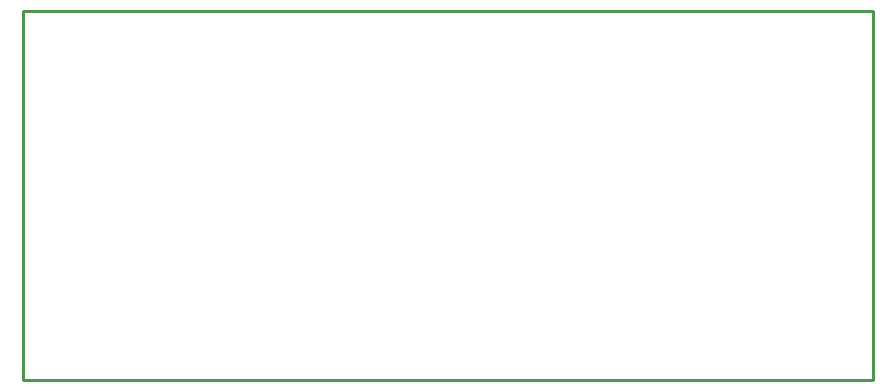
<source format=gm1>
G04*
G04 #@! TF.GenerationSoftware,Altium Limited,Altium Designer,19.0.14 (431)*
G04*
G04 Layer_Color=11511158*
%FSLAX25Y25*%
%MOIN*%
G70*
G01*
G75*
%ADD10C,0.01000*%
D10*
X-0Y123031D02*
X283465D01*
X283465D02*
X283465Y0D01*
X0D02*
X283465D01*
X-0Y123031D02*
X0Y0D01*
X-0Y123031D02*
X283465D01*
X283465D02*
X283465Y0D01*
X0D02*
X283465D01*
X-0Y123031D02*
X0Y0D01*
M02*

</source>
